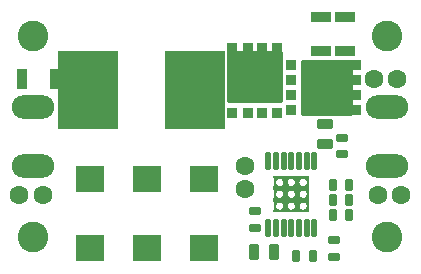
<source format=gts>
G04*
G04 #@! TF.GenerationSoftware,Altium Limited,Altium Designer,20.1.8 (145)*
G04*
G04 Layer_Color=32768*
%FSAX44Y44*%
%MOMM*%
G71*
G04*
G04 #@! TF.SameCoordinates,513F2EBE-DBB5-41E4-B840-0BD9831D4F27*
G04*
G04*
G04 #@! TF.FilePolarity,Negative*
G04*
G01*
G75*
G04:AMPARAMS|DCode=17|XSize=0.9mm|YSize=0.8mm|CornerRadius=0.0535mm|HoleSize=0mm|Usage=FLASHONLY|Rotation=90.000|XOffset=0mm|YOffset=0mm|HoleType=Round|Shape=RoundedRectangle|*
%AMROUNDEDRECTD17*
21,1,0.9000,0.6930,0,0,90.0*
21,1,0.7930,0.8000,0,0,90.0*
1,1,0.1070,0.3465,0.3965*
1,1,0.1070,0.3465,-0.3965*
1,1,0.1070,-0.3465,-0.3965*
1,1,0.1070,-0.3465,0.3965*
%
%ADD17ROUNDEDRECTD17*%
G04:AMPARAMS|DCode=18|XSize=4.4mm|YSize=4.66mm|CornerRadius=0.0715mm|HoleSize=0mm|Usage=FLASHONLY|Rotation=90.000|XOffset=0mm|YOffset=0mm|HoleType=Round|Shape=RoundedRectangle|*
%AMROUNDEDRECTD18*
21,1,4.4000,4.5170,0,0,90.0*
21,1,4.2570,4.6600,0,0,90.0*
1,1,0.1430,2.2585,2.1285*
1,1,0.1430,2.2585,-2.1285*
1,1,0.1430,-2.2585,-2.1285*
1,1,0.1430,-2.2585,2.1285*
%
%ADD18ROUNDEDRECTD18*%
G04:AMPARAMS|DCode=23|XSize=0.9mm|YSize=0.8mm|CornerRadius=0.0535mm|HoleSize=0mm|Usage=FLASHONLY|Rotation=0.000|XOffset=0mm|YOffset=0mm|HoleType=Round|Shape=RoundedRectangle|*
%AMROUNDEDRECTD23*
21,1,0.9000,0.6930,0,0,0.0*
21,1,0.7930,0.8000,0,0,0.0*
1,1,0.1070,0.3965,-0.3465*
1,1,0.1070,-0.3965,-0.3465*
1,1,0.1070,-0.3965,0.3465*
1,1,0.1070,0.3965,0.3465*
%
%ADD23ROUNDEDRECTD23*%
G04:AMPARAMS|DCode=24|XSize=4.4mm|YSize=4.66mm|CornerRadius=0.0715mm|HoleSize=0mm|Usage=FLASHONLY|Rotation=0.000|XOffset=0mm|YOffset=0mm|HoleType=Round|Shape=RoundedRectangle|*
%AMROUNDEDRECTD24*
21,1,4.4000,4.5170,0,0,0.0*
21,1,4.2570,4.6600,0,0,0.0*
1,1,0.1430,2.1285,-2.2585*
1,1,0.1430,-2.1285,-2.2585*
1,1,0.1430,-2.1285,2.2585*
1,1,0.1430,2.1285,2.2585*
%
%ADD24ROUNDEDRECTD24*%
%ADD31C,0.2000*%
%ADD32R,3.1000X0.4000*%
%ADD33R,3.1000X0.2500*%
%ADD34R,0.2500X3.1000*%
%ADD35R,0.2500X3.1000*%
%ADD36R,0.4000X3.1000*%
%ADD37R,0.4000X3.1000*%
G04:AMPARAMS|DCode=38|XSize=6.6016mm|YSize=5.1016mm|CornerRadius=0.0758mm|HoleSize=0mm|Usage=FLASHONLY|Rotation=90.000|XOffset=0mm|YOffset=0mm|HoleType=Round|Shape=RoundedRectangle|*
%AMROUNDEDRECTD38*
21,1,6.6016,4.9500,0,0,90.0*
21,1,6.4500,5.1016,0,0,90.0*
1,1,0.1516,2.4750,3.2250*
1,1,0.1516,2.4750,-3.2250*
1,1,0.1516,-2.4750,-3.2250*
1,1,0.1516,-2.4750,3.2250*
%
%ADD38ROUNDEDRECTD38*%
G04:AMPARAMS|DCode=39|XSize=2.45mm|YSize=2.2mm|CornerRadius=0.0605mm|HoleSize=0mm|Usage=FLASHONLY|Rotation=180.000|XOffset=0mm|YOffset=0mm|HoleType=Round|Shape=RoundedRectangle|*
%AMROUNDEDRECTD39*
21,1,2.4500,2.0790,0,0,180.0*
21,1,2.3290,2.2000,0,0,180.0*
1,1,0.1210,-1.1645,1.0395*
1,1,0.1210,1.1645,1.0395*
1,1,0.1210,1.1645,-1.0395*
1,1,0.1210,-1.1645,-1.0395*
%
%ADD39ROUNDEDRECTD39*%
G04:AMPARAMS|DCode=40|XSize=1.5224mm|YSize=0.45mm|CornerRadius=0.0518mm|HoleSize=0mm|Usage=FLASHONLY|Rotation=270.000|XOffset=0mm|YOffset=0mm|HoleType=Round|Shape=RoundedRectangle|*
%AMROUNDEDRECTD40*
21,1,1.5224,0.3465,0,0,270.0*
21,1,1.4189,0.4500,0,0,270.0*
1,1,0.1035,-0.1733,-0.7095*
1,1,0.1035,-0.1733,0.7095*
1,1,0.1035,0.1733,0.7095*
1,1,0.1035,0.1733,-0.7095*
%
%ADD40ROUNDEDRECTD40*%
G04:AMPARAMS|DCode=41|XSize=0.95mm|YSize=0.6mm|CornerRadius=0.0525mm|HoleSize=0mm|Usage=FLASHONLY|Rotation=270.000|XOffset=0mm|YOffset=0mm|HoleType=Round|Shape=RoundedRectangle|*
%AMROUNDEDRECTD41*
21,1,0.9500,0.4950,0,0,270.0*
21,1,0.8450,0.6000,0,0,270.0*
1,1,0.1050,-0.2475,-0.4225*
1,1,0.1050,-0.2475,0.4225*
1,1,0.1050,0.2475,0.4225*
1,1,0.1050,0.2475,-0.4225*
%
%ADD41ROUNDEDRECTD41*%
G04:AMPARAMS|DCode=42|XSize=1.3mm|YSize=0.8mm|CornerRadius=0.0535mm|HoleSize=0mm|Usage=FLASHONLY|Rotation=180.000|XOffset=0mm|YOffset=0mm|HoleType=Round|Shape=RoundedRectangle|*
%AMROUNDEDRECTD42*
21,1,1.3000,0.6930,0,0,180.0*
21,1,1.1930,0.8000,0,0,180.0*
1,1,0.1070,-0.5965,0.3465*
1,1,0.1070,0.5965,0.3465*
1,1,0.1070,0.5965,-0.3465*
1,1,0.1070,-0.5965,-0.3465*
%
%ADD42ROUNDEDRECTD42*%
G04:AMPARAMS|DCode=43|XSize=0.95mm|YSize=0.6mm|CornerRadius=0.0525mm|HoleSize=0mm|Usage=FLASHONLY|Rotation=180.000|XOffset=0mm|YOffset=0mm|HoleType=Round|Shape=RoundedRectangle|*
%AMROUNDEDRECTD43*
21,1,0.9500,0.4950,0,0,180.0*
21,1,0.8450,0.6000,0,0,180.0*
1,1,0.1050,-0.4225,0.2475*
1,1,0.1050,0.4225,0.2475*
1,1,0.1050,0.4225,-0.2475*
1,1,0.1050,-0.4225,-0.2475*
%
%ADD43ROUNDEDRECTD43*%
G04:AMPARAMS|DCode=44|XSize=1.75mm|YSize=0.9mm|CornerRadius=0.054mm|HoleSize=0mm|Usage=FLASHONLY|Rotation=90.000|XOffset=0mm|YOffset=0mm|HoleType=Round|Shape=RoundedRectangle|*
%AMROUNDEDRECTD44*
21,1,1.7500,0.7920,0,0,90.0*
21,1,1.6420,0.9000,0,0,90.0*
1,1,0.1080,0.3960,0.8210*
1,1,0.1080,0.3960,-0.8210*
1,1,0.1080,-0.3960,-0.8210*
1,1,0.1080,-0.3960,0.8210*
%
%ADD44ROUNDEDRECTD44*%
G04:AMPARAMS|DCode=45|XSize=1.75mm|YSize=0.9mm|CornerRadius=0.054mm|HoleSize=0mm|Usage=FLASHONLY|Rotation=0.000|XOffset=0mm|YOffset=0mm|HoleType=Round|Shape=RoundedRectangle|*
%AMROUNDEDRECTD45*
21,1,1.7500,0.7920,0,0,0.0*
21,1,1.6420,0.9000,0,0,0.0*
1,1,0.1080,0.8210,-0.3960*
1,1,0.1080,-0.8210,-0.3960*
1,1,0.1080,-0.8210,0.3960*
1,1,0.1080,0.8210,0.3960*
%
%ADD45ROUNDEDRECTD45*%
G04:AMPARAMS|DCode=46|XSize=0.95mm|YSize=0.65mm|CornerRadius=0.0527mm|HoleSize=0mm|Usage=FLASHONLY|Rotation=180.000|XOffset=0mm|YOffset=0mm|HoleType=Round|Shape=RoundedRectangle|*
%AMROUNDEDRECTD46*
21,1,0.9500,0.5445,0,0,180.0*
21,1,0.8445,0.6500,0,0,180.0*
1,1,0.1055,-0.4223,0.2723*
1,1,0.1055,0.4223,0.2723*
1,1,0.1055,0.4223,-0.2723*
1,1,0.1055,-0.4223,-0.2723*
%
%ADD46ROUNDEDRECTD46*%
G04:AMPARAMS|DCode=47|XSize=1.3mm|YSize=0.8mm|CornerRadius=0.0535mm|HoleSize=0mm|Usage=FLASHONLY|Rotation=90.000|XOffset=0mm|YOffset=0mm|HoleType=Round|Shape=RoundedRectangle|*
%AMROUNDEDRECTD47*
21,1,1.3000,0.6930,0,0,90.0*
21,1,1.1930,0.8000,0,0,90.0*
1,1,0.1070,0.3465,0.5965*
1,1,0.1070,0.3465,-0.5965*
1,1,0.1070,-0.3465,-0.5965*
1,1,0.1070,-0.3465,0.5965*
%
%ADD47ROUNDEDRECTD47*%
G04:AMPARAMS|DCode=48|XSize=0.95mm|YSize=0.65mm|CornerRadius=0.0527mm|HoleSize=0mm|Usage=FLASHONLY|Rotation=90.000|XOffset=0mm|YOffset=0mm|HoleType=Round|Shape=RoundedRectangle|*
%AMROUNDEDRECTD48*
21,1,0.9500,0.5445,0,0,90.0*
21,1,0.8445,0.6500,0,0,90.0*
1,1,0.1055,0.2723,0.4223*
1,1,0.1055,0.2723,-0.4223*
1,1,0.1055,-0.2723,-0.4223*
1,1,0.1055,-0.2723,0.4223*
%
%ADD48ROUNDEDRECTD48*%
%ADD49O,3.6000X2.0000*%
%ADD50C,2.6000*%
%ADD51C,1.6000*%
D17*
X00194013Y00130250D02*
D03*
Y00185300D02*
D03*
X00207013D02*
D03*
X00219013D02*
D03*
X00232013D02*
D03*
Y00130250D02*
D03*
X00219013D02*
D03*
X00207013D02*
D03*
D18*
X00213013Y00160775D02*
D03*
D23*
X00244013Y00157750D02*
D03*
Y00145750D02*
D03*
Y00132750D02*
D03*
X00299063D02*
D03*
Y00145750D02*
D03*
Y00157750D02*
D03*
Y00170750D02*
D03*
X00244013D02*
D03*
D24*
X00274538Y00151750D02*
D03*
D31*
X00248013Y00061354D02*
G03*
X00248013Y00061354I-00004000J00000000D01*
G01*
X00258013Y00071354D02*
G03*
X00258013Y00071354I-00004000J00000000D01*
G01*
Y00061354D02*
G03*
X00258013Y00061354I-00004000J00000000D01*
G01*
Y00051354D02*
G03*
X00258013Y00051354I-00004000J00000000D01*
G01*
X00248013D02*
G03*
X00248013Y00051354I-00004000J00000000D01*
G01*
Y00071354D02*
G03*
X00248013Y00071354I-00004000J00000000D01*
G01*
X00238013D02*
G03*
X00238013Y00071354I-00004000J00000000D01*
G01*
Y00061354D02*
G03*
X00238013Y00061354I-00004000J00000000D01*
G01*
Y00051354D02*
G03*
X00238013Y00051354I-00004000J00000000D01*
G01*
D32*
X00244013Y00066354D02*
D03*
Y00056354D02*
D03*
D33*
Y00047104D02*
D03*
X00244013Y00075604D02*
D03*
D34*
X00229763Y00061354D02*
D03*
D35*
X00258263Y00061354D02*
D03*
D36*
X00249013D02*
D03*
D37*
X00239013Y00061354D02*
D03*
D38*
X00162003Y00150000D02*
D03*
X00072003D02*
D03*
D39*
X00121753Y00073999D02*
D03*
Y00015499D02*
D03*
X00169755D02*
D03*
Y00073999D02*
D03*
X00073750Y00015499D02*
D03*
Y00073999D02*
D03*
D40*
X00224513Y00089802D02*
D03*
X00231013D02*
D03*
X00237513D02*
D03*
X00244013D02*
D03*
X00250513D02*
D03*
X00257013D02*
D03*
X00263513D02*
D03*
X00263513Y00032906D02*
D03*
X00257013D02*
D03*
X00250513D02*
D03*
X00244013D02*
D03*
X00237513D02*
D03*
X00231013D02*
D03*
X00224513D02*
D03*
D41*
X00279000Y00069500D02*
D03*
X00293000D02*
D03*
X00279000Y00056280D02*
D03*
X00293000D02*
D03*
X00262025Y00009240D02*
D03*
X00248025D02*
D03*
D42*
X00272565Y00104309D02*
D03*
Y00121309D02*
D03*
D43*
X00287066Y00095271D02*
D03*
Y00109271D02*
D03*
D44*
X00015742Y00158750D02*
D03*
X00044242D02*
D03*
D45*
X00269064Y00182753D02*
D03*
Y00211253D02*
D03*
X00289067D02*
D03*
Y00182753D02*
D03*
D46*
X00212832Y00046906D02*
D03*
Y00032906D02*
D03*
X00280024Y00008516D02*
D03*
Y00022516D02*
D03*
D47*
X00228989Y00012252D02*
D03*
X00211989D02*
D03*
D48*
X00279000Y00043471D02*
D03*
X00293000D02*
D03*
D49*
X00324840Y00085000D02*
D03*
Y00135000D02*
D03*
X00025000Y00085000D02*
D03*
Y00135000D02*
D03*
D50*
X00324840Y00025000D02*
D03*
Y00195000D02*
D03*
X00025000Y00025000D02*
D03*
Y00195000D02*
D03*
D51*
X00317090Y00060749D02*
D03*
X00013781D02*
D03*
X00033781D02*
D03*
X00333590Y00158750D02*
D03*
X00313590D02*
D03*
X00337090Y00060749D02*
D03*
X00205026Y00085703D02*
D03*
Y00065703D02*
D03*
M02*

</source>
